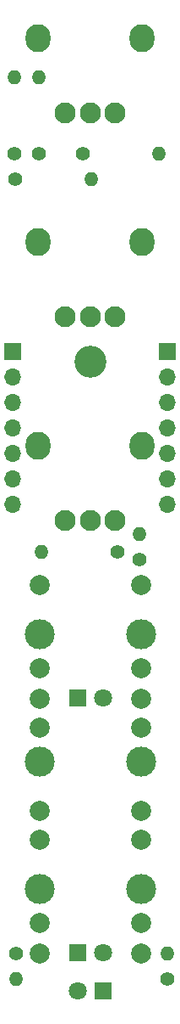
<source format=gbr>
%TF.GenerationSoftware,KiCad,Pcbnew,7.0.8*%
%TF.CreationDate,2024-02-10T19:54:04+11:00*%
%TF.ProjectId,JNTUB,4a4e5455-422e-46b6-9963-61645f706362,rev?*%
%TF.SameCoordinates,Original*%
%TF.FileFunction,Soldermask,Top*%
%TF.FilePolarity,Negative*%
%FSLAX46Y46*%
G04 Gerber Fmt 4.6, Leading zero omitted, Abs format (unit mm)*
G04 Created by KiCad (PCBNEW 7.0.8) date 2024-02-10 19:54:04*
%MOMM*%
%LPD*%
G01*
G04 APERTURE LIST*
%ADD10R,1.800000X1.800000*%
%ADD11C,1.800000*%
%ADD12R,1.700000X1.700000*%
%ADD13O,1.700000X1.700000*%
%ADD14O,1.400000X1.400000*%
%ADD15C,1.400000*%
%ADD16C,3.000000*%
%ADD17C,2.000000*%
%ADD18C,2.100000*%
%ADD19O,2.500000X2.800000*%
%ADD20C,3.200000*%
G04 APERTURE END LIST*
D10*
%TO.C,D6*%
X226314000Y-126238000D03*
D11*
X228854000Y-126238000D03*
%TD*%
D12*
%TO.C,J7*%
X219837000Y-91694000D03*
D13*
X219837000Y-94234000D03*
X219837000Y-96774000D03*
X219837000Y-99314000D03*
X219837000Y-101854000D03*
X219837000Y-104394000D03*
X219837000Y-106934000D03*
%TD*%
D14*
%TO.C,R7*%
X222450000Y-64390000D03*
D15*
X222450000Y-72010000D03*
%TD*%
%TO.C,R29*%
X230320000Y-111720000D03*
D14*
X222700000Y-111720000D03*
%TD*%
D16*
%TO.C,J3*%
X222504000Y-132588000D03*
D17*
X222504000Y-129208000D03*
X222504000Y-137508000D03*
%TD*%
D16*
%TO.C,J1*%
X222504000Y-119888000D03*
D17*
X222504000Y-126368000D03*
X222504000Y-123268000D03*
X222504000Y-114968000D03*
%TD*%
D18*
%TO.C,RV1*%
X225084000Y-108592000D03*
X227584000Y-108592000D03*
X230084000Y-108592000D03*
D19*
X222384000Y-101092000D03*
X232784000Y-101092000D03*
%TD*%
D11*
%TO.C,D8*%
X226314000Y-155448000D03*
D10*
X228854000Y-155448000D03*
%TD*%
D16*
%TO.C,J5*%
X222504000Y-145288000D03*
D17*
X222504000Y-151768000D03*
X222504000Y-148668000D03*
X222504000Y-140368000D03*
%TD*%
D16*
%TO.C,J2*%
X232664000Y-119888000D03*
D17*
X232664000Y-126368000D03*
X232664000Y-123268000D03*
X232664000Y-114968000D03*
%TD*%
D16*
%TO.C,J6*%
X232664000Y-145288000D03*
D17*
X232664000Y-151768000D03*
X232664000Y-148668000D03*
X232664000Y-140368000D03*
%TD*%
D20*
%TO.C,H1*%
X227605001Y-92756001D03*
%TD*%
D16*
%TO.C,J4*%
X232664000Y-132588000D03*
D17*
X232664000Y-129208000D03*
X232664000Y-137508000D03*
%TD*%
D18*
%TO.C,RV2*%
X225084000Y-88272000D03*
X227584000Y-88272000D03*
X230084000Y-88272000D03*
D19*
X222384000Y-80772000D03*
X232784000Y-80772000D03*
%TD*%
D12*
%TO.C,J8*%
X235331000Y-91694000D03*
D13*
X235331000Y-94234000D03*
X235331000Y-96774000D03*
X235331000Y-99314000D03*
X235331000Y-101854000D03*
X235331000Y-104394000D03*
X235331000Y-106934000D03*
%TD*%
D10*
%TO.C,D7*%
X226314000Y-151638000D03*
D11*
X228854000Y-151638000D03*
%TD*%
D18*
%TO.C,RV3*%
X225084000Y-67952000D03*
X227584000Y-67952000D03*
X230084000Y-67952000D03*
D19*
X222384000Y-60452000D03*
X232784000Y-60452000D03*
%TD*%
D14*
%TO.C,R3*%
X234490000Y-71990000D03*
D15*
X226870000Y-71990000D03*
%TD*%
%TO.C,R1*%
X220090000Y-74510000D03*
D14*
X227710000Y-74510000D03*
%TD*%
%TO.C,R9*%
X219980000Y-64390000D03*
D15*
X219980000Y-72010000D03*
%TD*%
D14*
%TO.C,R15*%
X235280000Y-151720000D03*
D15*
X235280000Y-154260000D03*
%TD*%
%TO.C,R17*%
X220180000Y-151740000D03*
D14*
X220180000Y-154280000D03*
%TD*%
D15*
%TO.C,R21*%
X232540000Y-112480000D03*
D14*
X232540000Y-109940000D03*
%TD*%
M02*

</source>
